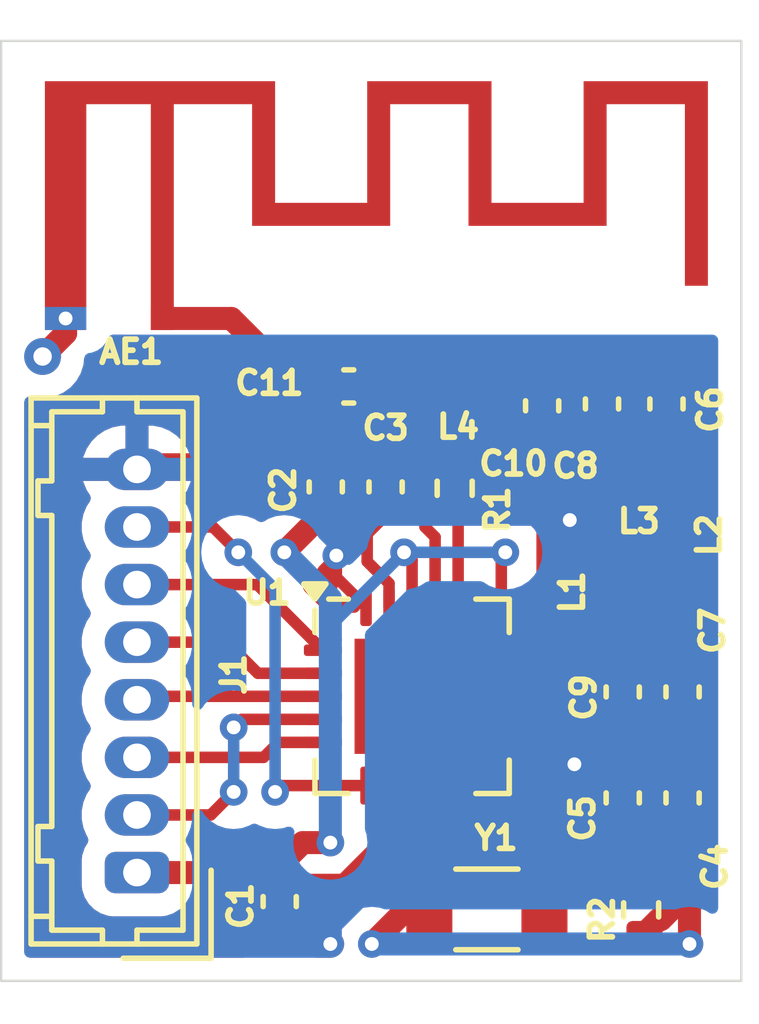
<source format=kicad_pcb>
(kicad_pcb (version 20240108) (generator "pcbnew") (generator_version "8.0")
  (layers (0 "F.Cu" signal) (31 "B.Cu" signal) (34 "B.Paste" user) (35 "F.Paste" user) (36 "B.SilkS" user "B.Silkscreen") (37 "F.SilkS" user "F.Silkscreen") (38 "B.Mask" user) (39 "F.Mask" user) (44 "Edge.Cuts" user))
  (net 0 "")
  (net 1 "Net-(AE1-A)")
  (net 2 "VDD")
  (net 3 "GND")
  (net 4 "Net-(U1-DVDD)")
  (net 5 "Net-(U1-XC2)")
  (net 6 "Net-(U1-XC1)")
  (net 7 "Net-(C10-Pad2)")
  (net 8 "Net-(C6-Pad1)")
  (net 9 "Net-(U1-VDD_PA)")
  (net 10 "Net-(J1-Pin_5)")
  (net 11 "Net-(J1-Pin_2)")
  (net 12 "Net-(J1-Pin_3)")
  (net 13 "Net-(J1-Pin_4)")
  (net 14 "Net-(J1-Pin_7)")
  (net 15 "Net-(J1-Pin_6)")
  (net 16 "Net-(U1-ANT1)")
  (net 17 "Net-(U1-ANT2)")
  (net 18 "Net-(U1-IREF)")
  (footprint "Capacitor_SMD:C_0402_1005Metric" (layer "F.Cu") (at 146.75 66.13 90)
    (property "Reference" "C4" (at -1.495 0.7 90) (layer "F.SilkS") (effects (font (size 0.5 0.5))))
    (property "Value" "22p")
    (fp_line (start -0.107836 -0.36) (end 0.107836 -0.36) (stroke (width 0.12)) (layer "F.SilkS"))
    (fp_line (start -0.107836 0.36) (end 0.107836 0.36) (stroke (width 0.12)) (layer "F.SilkS"))
    (pad "1" smd roundrect (at -0.48 0 90) (size 0.56 0.62) (layers "F.Cu" "F.Paste" "F.Mask") (net 5 "Net-(U1-XC2)"))
    (pad "2" smd roundrect (at 0.48 0 90) (size 0.56 0.62) (layers "F.Cu" "F.Paste" "F.Mask") (net 3 "GND"))
  )
  (footprint "Inductor_SMD:L_0402_1005Metric" (layer "F.Cu") (at 145.25 61.675 90)
    (property "Reference" "L1" (at 0.01 -0.9 90) (layer "F.SilkS") (effects (font (size 0.5 0.5))))
    (property "Value" "8n2")
    (pad "1" smd roundrect (at -0.485 0 90) (size 0.59 0.64) (layers "F.Cu" "F.Paste" "F.Mask") (net 16 "Net-(U1-ANT1)"))
    (pad "2" smd roundrect (at 0.485 0 90) (size 0.59 0.64) (layers "F.Cu" "F.Paste" "F.Mask") (net 17 "Net-(U1-ANT2)"))
  )
  (footprint "Connector_Hirose:Hirose_DF13-08P-1.25DSA_1x08_P1.25mm_Vertical" (layer "F.Cu") (at 134.9 67.75 90)
    (property "Reference" "J1" (at 4.3 2.1 90) (layer "F.SilkS") (effects (font (size 0.5 0.5))))
    (property "Value" "Bus_de_datos")
    (fp_line (start 10.3 -2.3) (end -1.55 -2.3) (stroke (width 0.12)) (layer "F.SilkS"))
    (fp_line (start -1.55 -2.3) (end -1.55 1.3) (stroke (width 0.12)) (layer "F.SilkS"))
    (fp_line (start 8.5 -2.15) (end 8.5 -1.85) (stroke (width 0.12)) (layer "F.SilkS"))
    (fp_line (start 7.75 -2.15) (end 8.5 -2.15) (stroke (width 0.12)) (layer "F.SilkS"))
    (fp_line (start 1 -2.15) (end 1 -1.85) (stroke (width 0.12)) (layer "F.SilkS"))
    (fp_line (start 0.25 -2.15) (end 1 -2.15) (stroke (width 0.12)) (layer "F.SilkS"))
    (fp_line (start 10 -1.85) (end 9.7 -1.85) (stroke (width 0.12)) (layer "F.SilkS"))
    (fp_line (start 9.7 -1.85) (end 9.7 -2.3) (stroke (width 0.12)) (layer "F.SilkS"))
    (fp_line (start 8.5 -1.85) (end 9.7 -1.85) (stroke (width 0.12)) (layer "F.SilkS"))
    (fp_line (start 7.75 -1.85) (end 7.75 -2.15) (stroke (width 0.12)) (layer "F.SilkS"))
    (fp_line (start 1 -1.85) (end 7.75 -1.85) (stroke (width 0.12)) (layer "F.SilkS"))
    (fp_line (start 0.25 -1.85) (end 0.25 -2.15) (stroke (width 0.12)) (layer "F.SilkS"))
    (fp_line (start -0.95 -1.85) (end -0.95 -2.3) (stroke (width 0.12)) (layer "F.SilkS"))
    (fp_line (start -0.95 -1.85) (end 0.25 -1.85) (stroke (width 0.12)) (layer "F.SilkS"))
    (fp_line (start -1.25 -1.85) (end -0.95 -1.85) (stroke (width 0.12)) (layer "F.SilkS"))
    (fp_line (start 10.3 -0.75) (end 10 -0.75) (stroke (width 0.12)) (layer "F.SilkS"))
    (fp_line (start 10 -0.75) (end 10 -1.85) (stroke (width 0.12)) (layer "F.SilkS"))
    (fp_line (start -1.25 -0.75) (end -1.25 -1.85) (stroke (width 0.12)) (layer "F.SilkS"))
    (fp_line (start -1.55 -0.75) (end -1.25 -0.75) (stroke (width 0.12)) (layer "F.SilkS"))
    (fp_line (start -1.86 -0.3) (end -1.86 1.61) (stroke (width 0.12)) (layer "F.SilkS"))
    (fp_line (start 10 0) (end 10.3 0) (stroke (width 0.12)) (layer "F.SilkS"))
    (fp_line (start -1.25 0) (end -1.25 1) (stroke (width 0.12)) (layer "F.SilkS"))
    (fp_line (start -1.55 0) (end -1.25 0) (stroke (width 0.12)) (layer "F.SilkS"))
    (fp_line (start 10 1) (end 10 0) (stroke (width 0.12)) (layer "F.SilkS"))
    (fp_line (start -1.25 1) (end 10 1) (stroke (width 0.12)) (layer "F.SilkS"))
    (fp_line (start 10.3 1.3) (end 10.3 -2.3) (stroke (width 0.12)) (layer "F.SilkS"))
    (fp_line (start -1.55 1.3) (end 10.3 1.3) (stroke (width 0.12)) (layer "F.SilkS"))
    (fp_line (start -1.86 1.61) (end 0.05 1.61) (stroke (width 0.12)) (layer "F.SilkS"))
    (pad "1" thru_hole roundrect (at 0 0 90) (size 0.9 1.4) (drill 0.6) (layers "*.Cu" "*.Mask") (net 2 "VDD"))
    (pad "2" thru_hole oval (at 1.25 0 90) (size 0.9 1.4) (drill 0.6) (layers "*.Cu" "*.Mask") (net 11 "Net-(J1-Pin_2)"))
    (pad "3" thru_hole oval (at 2.5 0 90) (size 0.9 1.4) (drill 0.6) (layers "*.Cu" "*.Mask") (net 12 "Net-(J1-Pin_3)"))
    (pad "4" thru_hole oval (at 3.75 0 90) (size 0.9 1.4) (drill 0.6) (layers "*.Cu" "*.Mask") (net 13 "Net-(J1-Pin_4)"))
    (pad "5" thru_hole oval (at 5 0 90) (size 0.9 1.4) (drill 0.6) (layers "*.Cu" "*.Mask") (net 10 "Net-(J1-Pin_5)"))
    (pad "6" thru_hole oval (at 6.25 0 90) (size 0.9 1.4) (drill 0.6) (layers "*.Cu" "*.Mask") (net 15 "Net-(J1-Pin_6)"))
    (pad "7" thru_hole oval (at 7.5 0 90) (size 0.9 1.4) (drill 0.6) (layers "*.Cu" "*.Mask") (net 14 "Net-(J1-Pin_7)"))
    (pad "8" thru_hole oval (at 8.75 0 90) (size 0.9 1.4) (drill 0.6) (layers "*.Cu" "*.Mask") (net 3 "GND"))
  )
  (footprint "Capacitor_SMD:C_0402_1005Metric" (layer "F.Cu") (at 146.75 63.83 90)
    (property "Reference" "C7" (at 1.33 0.65 -90) (layer "F.SilkS") (effects (font (size 0.5 0.5))))
    (property "Value" "2n2")
    (fp_line (start -0.107836 -0.36) (end 0.107836 -0.36) (stroke (width 0.12)) (layer "F.SilkS"))
    (fp_line (start -0.107836 0.36) (end 0.107836 0.36) (stroke (width 0.12)) (layer "F.SilkS"))
    (pad "1" smd roundrect (at -0.48 0 90) (size 0.56 0.62) (layers "F.Cu" "F.Paste" "F.Mask") (net 3 "GND"))
    (pad "2" smd roundrect (at 0.48 0 90) (size 0.56 0.62) (layers "F.Cu" "F.Paste" "F.Mask") (net 9 "Net-(U1-VDD_PA)"))
  )
  (footprint "Capacitor_SMD:C_0402_1005Metric" (layer "F.Cu") (at 145.45 66.13 90)
    (property "Reference" "C5" (at -0.445 -0.875 90) (layer "F.SilkS") (effects (font (size 0.5 0.5))))
    (property "Value" "22p")
    (fp_line (start -0.107836 -0.36) (end 0.107836 -0.36) (stroke (width 0.12)) (layer "F.SilkS"))
    (fp_line (start -0.107836 0.36) (end 0.107836 0.36) (stroke (width 0.12)) (layer "F.SilkS"))
    (pad "1" smd roundrect (at -0.48 0 90) (size 0.56 0.62) (layers "F.Cu" "F.Paste" "F.Mask") (net 6 "Net-(U1-XC1)"))
    (pad "2" smd roundrect (at 0.48 0 90) (size 0.56 0.62) (layers "F.Cu" "F.Paste" "F.Mask") (net 3 "GND"))
  )
  (footprint "Capacitor_SMD:C_0402_1005Metric" (layer "F.Cu") (at 138 68.38 -90)
    (property "Reference" "C1" (at 0.095 0.85 90) (layer "F.SilkS") (effects (font (size 0.5 0.5))))
    (property "Value" "10n")
    (fp_line (start -0.107836 0.36) (end 0.107836 0.36) (stroke (width 0.12)) (layer "F.SilkS"))
    (fp_line (start -0.107836 -0.36) (end 0.107836 -0.36) (stroke (width 0.12)) (layer "F.SilkS"))
    (pad "1" smd roundrect (at -0.48 0 270) (size 0.56 0.62) (layers "F.Cu" "F.Paste" "F.Mask") (net 2 "VDD"))
    (pad "2" smd roundrect (at 0.48 0 270) (size 0.56 0.62) (layers "F.Cu" "F.Paste" "F.Mask") (net 3 "GND"))
  )
  (footprint "Crystal:Crystal_SMD_3215-2Pin_3.2x1.5mm" (layer "F.Cu") (at 142.5 68.55 180)
    (property "Reference" "Y1" (at -0.2 1.55 0) (layer "F.SilkS") (effects (font (size 0.5 0.5))))
    (property "Value" "16MHz")
    (fp_line (start -0.675 0.875) (end 0.675 0.875) (stroke (width 0.12)) (layer "F.SilkS"))
    (fp_line (start -0.675 -0.875) (end 0.675 -0.875) (stroke (width 0.12)) (layer "F.SilkS"))
    (pad "1" smd rect (at 1.25 0 180) (size 1 1.8) (layers "F.Cu" "F.Paste" "F.Mask") (net 5 "Net-(U1-XC2)"))
    (pad "2" smd rect (at -1.25 0 180) (size 1 1.8) (layers "F.Cu" "F.Paste" "F.Mask") (net 6 "Net-(U1-XC1)"))
  )
  (footprint "Capacitor_SMD:C_0402_1005Metric" (layer "F.Cu") (at 145 57.58 90)
    (property "Reference" "C8" (at -1.345 -0.575 180) (layer "F.SilkS") (effects (font (size 0.5 0.5))))
    (property "Value" "1p")
    (fp_line (start -0.107836 -0.36) (end 0.107836 -0.36) (stroke (width 0.12)) (layer "F.SilkS"))
    (fp_line (start -0.107836 0.36) (end 0.107836 0.36) (stroke (width 0.12)) (layer "F.SilkS"))
    (pad "1" smd roundrect (at -0.48 0 90) (size 0.56 0.62) (layers "F.Cu" "F.Paste" "F.Mask") (net 3 "GND"))
    (pad "2" smd roundrect (at 0.48 0 90) (size 0.56 0.62) (layers "F.Cu" "F.Paste" "F.Mask") (net 7 "Net-(C10-Pad2)"))
  )
  (footprint "Inductor_SMD:L_0402_1005Metric" (layer "F.Cu") (at 145.885 59.3)
    (property "Reference" "L3" (at -0.085 0.825 0) (layer "F.SilkS") (effects (font (size 0.5 0.5))))
    (property "Value" "3n9")
    (pad "1" smd roundrect (at -0.485 0) (size 0.59 0.64) (layers "F.Cu" "F.Paste" "F.Mask") (net 17 "Net-(U1-ANT2)"))
    (pad "2" smd roundrect (at 0.485 0) (size 0.59 0.64) (layers "F.Cu" "F.Paste" "F.Mask") (net 8 "Net-(C6-Pad1)"))
  )
  (footprint "Capacitor_SMD:C_0402_1005Metric" (layer "F.Cu") (at 139.5 57.2 180)
    (property "Reference" "C11" (at 1.725 0.075 0) (layer "F.SilkS") (effects (font (size 0.5 0.5))))
    (property "Value" "Cx")
    (fp_line (start -0.107836 0.36) (end 0.107836 0.36) (stroke (width 0.12)) (layer "F.SilkS"))
    (fp_line (start -0.107836 -0.36) (end 0.107836 -0.36) (stroke (width 0.12)) (layer "F.SilkS"))
    (pad "1" smd roundrect (at -0.48 0 180) (size 0.56 0.62) (layers "F.Cu" "F.Paste" "F.Mask") (net 3 "GND"))
    (pad "2" smd roundrect (at 0.48 0 180) (size 0.56 0.62) (layers "F.Cu" "F.Paste" "F.Mask") (net 1 "Net-(AE1-A)"))
  )
  (footprint "Capacitor_SMD:C_0402_1005Metric" (layer "F.Cu") (at 140.3 59.38 90)
    (property "Reference" "C3" (at 1.28 0 180) (layer "F.SilkS") (effects (font (size 0.5 0.5))))
    (property "Value" "33n")
    (fp_line (start -0.107836 -0.36) (end 0.107836 -0.36) (stroke (width 0.12)) (layer "F.SilkS"))
    (fp_line (start -0.107836 0.36) (end 0.107836 0.36) (stroke (width 0.12)) (layer "F.SilkS"))
    (pad "1" smd roundrect (at -0.48 0 90) (size 0.56 0.62) (layers "F.Cu" "F.Paste" "F.Mask") (net 4 "Net-(U1-DVDD)"))
    (pad "2" smd roundrect (at 0.48 0 90) (size 0.56 0.62) (layers "F.Cu" "F.Paste" "F.Mask") (net 3 "GND"))
  )
  (footprint "Inductor_SMD:L_0402_1005Metric" (layer "F.Cu") (at 141.585 57.2)
    (property "Reference" "L4" (at 0.29 0.875 180) (layer "F.SilkS") (effects (font (size 0.5 0.5))))
    (property "Value" "Lx")
    (pad "1" smd roundrect (at -0.485 0) (size 0.59 0.64) (layers "F.Cu" "F.Paste" "F.Mask") (net 7 "Net-(C10-Pad2)"))
    (pad "2" smd roundrect (at 0.485 0) (size 0.59 0.64) (layers "F.Cu" "F.Paste" "F.Mask") (net 1 "Net-(AE1-A)"))
  )
  (footprint "RF_Antenna:Texas_SWRA117D_2.4GHz_Right" (layer "F.Cu") (at 135.45 55.725)
    (property "Reference" "AE1" (at -0.675 0.725 180) (layer "F.SilkS") (effects (font (size 0.5 0.5))))
    (property "Value" "Antenna")
    (fp_poly (pts (xy 2.45 -2.51) (xy 4.45 -2.51) (xy 4.45 -5.15) (xy 7.15 -5.15) (xy 7.15 -2.51) (xy 9.15 -2.51) (xy 9.15 -5.15) (xy 11.85 -5.15) (xy 11.85 -0.71) (xy 11.35 -0.71) (xy 11.35 -4.65) (xy 9.65 -4.65) (xy 9.65 -2.01) (xy 6.65 -2.01) (xy 6.65 -4.65) (xy 4.95 -4.65) (xy 4.95 -2.01) (xy 1.95 -2.01) (xy 1.95 -4.65) (xy 0.25 -4.65) (xy 0.25 0.25) (xy -0.25 0.25) (xy -0.25 -4.65) (xy -1.65 -4.65) (xy -1.65 0.25) (xy -2.55 0.25) (xy -2.55 0.006785) (xy -2.247583 0.006785) (xy -2.237742 0.054395) (xy -2.213674 0.096797) (xy -2.175731 0.129581) (xy -2.167819 0.133935) (xy -2.125156 0.146043) (xy -2.076637 0.1453) (xy -2.031122 0.1324) (xy -2.012511 0.121787) (xy -1.978868 0.086553) (xy -1.958309 0.041368) (xy -1.951778 -0.008158) (xy -1.960218 -0.056417) (xy -1.977112 -0.088643) (xy -2.012372 -0.121313) (xy -2.057682 -0.141408) (xy -2.107267 -0.147982) (xy -2.155353 -0.140092) (xy -2.188245 -0.123186) (xy -2.223185 -0.086416) (xy -2.242847 -0.041622) (xy -2.247583 0.006785) (xy -2.55 0.006785) (xy -2.55 -5.15) (xy 2.45 -5.15) (xy 2.45 -2.51)) (fill solid) (layer "F.Cu") (net 1))
    (pad "1" connect rect (at 0 0) (size 0.5 0.5) (layers "F.Cu") (net 1 "Net-(AE1-A)"))
    (pad "2" thru_hole rect (at -2.1 0) (size 0.9 0.5) (drill 0.3) (layers "*.Cu"))
  )
  (footprint "Capacitor_SMD:C_0402_1005Metric" (layer "F.Cu") (at 139 59.38 90)
    (property "Reference" "C2" (at -0.07 -0.925 90) (layer "F.SilkS") (effects (font (size 0.5 0.5))))
    (property "Value" "1n")
    (fp_line (start -0.107836 -0.36) (end 0.107836 -0.36) (stroke (width 0.12)) (layer "F.SilkS"))
    (fp_line (start -0.107836 0.36) (end 0.107836 0.36) (stroke (width 0.12)) (layer "F.SilkS"))
    (pad "1" smd roundrect (at -0.48 0 90) (size 0.56 0.62) (layers "F.Cu" "F.Paste" "F.Mask") (net 2 "VDD"))
    (pad "2" smd roundrect (at 0.48 0 90) (size 0.56 0.62) (layers "F.Cu" "F.Paste" "F.Mask") (net 3 "GND"))
  )
  (footprint "Inductor_SMD:L_0402_1005Metric" (layer "F.Cu") (at 146.425 61.675 90)
    (property "Reference" "L2" (at 1.25 0.9 90) (layer "F.SilkS") (effects (font (size 0.5 0.5))))
    (property "Value" "2n7")
    (pad "1" smd roundrect (at -0.485 0 90) (size 0.59 0.64) (layers "F.Cu" "F.Paste" "F.Mask") (net 16 "Net-(U1-ANT1)"))
    (pad "2" smd roundrect (at 0.485 0 90) (size 0.59 0.64) (layers "F.Cu" "F.Paste" "F.Mask") (net 9 "Net-(U1-VDD_PA)"))
  )
  (footprint "Package_DFN_QFN:QFN-20-1EP_4x4mm_P0.5mm_EP2.5x2.5mm" (layer "F.Cu") (at 140.875 63.925)
    (property "Reference" "U1" (at -3.15 -2.25 0) (layer "F.SilkS") (effects (font (size 0.5 0.5))))
    (property "Value" "NRF24L01")
    (fp_line (start -2.11 -1.385) (end -2.11 -1.87) (stroke (width 0.12)) (layer "F.SilkS"))
    (fp_line (start -2.11 2.11) (end -2.11 1.385) (stroke (width 0.12)) (layer "F.SilkS"))
    (fp_line (start -1.385 -2.11) (end -1.81 -2.11) (stroke (width 0.12)) (layer "F.SilkS"))
    (fp_line (start -1.385 2.11) (end -2.11 2.11) (stroke (width 0.12)) (layer "F.SilkS"))
    (fp_line (start 1.385 -2.11) (end 2.11 -2.11) (stroke (width 0.12)) (layer "F.SilkS"))
    (fp_line (start 1.385 2.11) (end 2.11 2.11) (stroke (width 0.12)) (layer "F.SilkS"))
    (fp_line (start 2.11 -2.11) (end 2.11 -1.385) (stroke (width 0.12)) (layer "F.SilkS"))
    (fp_line (start 2.11 2.11) (end 2.11 1.385) (stroke (width 0.12)) (layer "F.SilkS"))
    (fp_poly (pts (xy -2.11 -2.11) (xy -2.35 -2.44) (xy -1.87 -2.44) (xy -2.11 -2.11)) (stroke (width 0.12)) (fill solid) (layer "F.SilkS"))
    (pad "1" smd roundrect (at -1.9375 -1) (size 0.825 0.25) (layers "F.Cu" "F.Paste" "F.Mask") (net 15 "Net-(J1-Pin_6)"))
    (pad "2" smd roundrect (at -1.9375 -0.5) (size 0.825 0.25) (layers "F.Cu" "F.Paste" "F.Mask") (net 10 "Net-(J1-Pin_5)"))
    (pad "3" smd roundrect (at -1.9375 0) (size 0.825 0.25) (layers "F.Cu" "F.Paste" "F.Mask") (net 13 "Net-(J1-Pin_4)"))
    (pad "4" smd roundrect (at -1.9375 0.5) (size 0.825 0.25) (layers "F.Cu" "F.Paste" "F.Mask") (net 11 "Net-(J1-Pin_2)"))
    (pad "5" smd roundrect (at -1.9375 1) (size 0.825 0.25) (layers "F.Cu" "F.Paste" "F.Mask") (net 12 "Net-(J1-Pin_3)"))
    (pad "6" smd roundrect (at -1 1.9375) (size 0.25 0.825) (layers "F.Cu" "F.Paste" "F.Mask") (net 14 "Net-(J1-Pin_7)"))
    (pad "7" smd roundrect (at -0.5 1.9375) (size 0.25 0.825) (layers "F.Cu" "F.Paste" "F.Mask") (net 2 "VDD"))
    (pad "8" smd roundrect (at 0 1.9375) (size 0.25 0.825) (layers "F.Cu" "F.Paste" "F.Mask") (net 3 "GND"))
    (pad "9" smd roundrect (at 0.5 1.9375) (size 0.25 0.825) (layers "F.Cu" "F.Paste" "F.Mask") (net 5 "Net-(U1-XC2)"))
    (pad "10" smd roundrect (at 1 1.9375) (size 0.25 0.825) (layers "F.Cu" "F.Paste" "F.Mask") (net 6 "Net-(U1-XC1)"))
    (pad "11" smd roundrect (at 1.9375 1) (size 0.825 0.25) (layers "F.Cu" "F.Paste" "F.Mask") (net 9 "Net-(U1-VDD_PA)"))
    (pad "12" smd roundrect (at 1.9375 0.5) (size 0.825 0.25) (layers "F.Cu" "F.Paste" "F.Mask") (net 16 "Net-(U1-ANT1)"))
    (pad "13" smd roundrect (at 1.9375 0) (size 0.825 0.25) (layers "F.Cu" "F.Paste" "F.Mask") (net 17 "Net-(U1-ANT2)"))
    (pad "14" smd roundrect (at 1.9375 -0.5) (size 0.825 0.25) (layers "F.Cu" "F.Paste" "F.Mask") (net 3 "GND"))
    (pad "15" smd roundrect (at 1.9375 -1) (size 0.825 0.25) (layers "F.Cu" "F.Paste" "F.Mask") (net 2 "VDD"))
    (pad "16" smd roundrect (at 1 -1.9375) (size 0.25 0.825) (layers "F.Cu" "F.Paste" "F.Mask") (net 18 "Net-(U1-IREF)"))
    (pad "17" smd roundrect (at 0.5 -1.9375) (size 0.25 0.825) (layers "F.Cu" "F.Paste" "F.Mask") (net 3 "GND"))
    (pad "18" smd roundrect (at 0 -1.9375) (size 0.25 0.825) (layers "F.Cu" "F.Paste" "F.Mask") (net 2 "VDD"))
    (pad "19" smd roundrect (at -0.5 -1.9375) (size 0.25 0.825) (layers "F.Cu" "F.Paste" "F.Mask") (net 4 "Net-(U1-DVDD)"))
    (pad "20" smd roundrect (at -1 -1.9375) (size 0.25 0.825) (layers "F.Cu" "F.Paste" "F.Mask") (net 3 "GND"))
    (pad "21" smd rect (at 0 0) (size 2.5 2.5) (property pad_prop_heatsink) (layers "F.Cu" "F.Mask"))
  )
  (footprint "Capacitor_SMD:C_0402_1005Metric" (layer "F.Cu") (at 145.45 63.83 90)
    (property "Reference" "C9" (at -0.12 -0.85 90) (layer "F.SilkS") (effects (font (size 0.5 0.5))))
    (property "Value" "4p7")
    (fp_line (start -0.107836 -0.36) (end 0.107836 -0.36) (stroke (width 0.12)) (layer "F.SilkS"))
    (fp_line (start -0.107836 0.36) (end 0.107836 0.36) (stroke (width 0.12)) (layer "F.SilkS"))
    (pad "1" smd roundrect (at -0.48 0 90) (size 0.56 0.62) (layers "F.Cu" "F.Paste" "F.Mask") (net 3 "GND"))
    (pad "2" smd roundrect (at 0.48 0 90) (size 0.56 0.62) (layers "F.Cu" "F.Paste" "F.Mask") (net 9 "Net-(U1-VDD_PA)"))
  )
  (footprint "Capacitor_SMD:C_0402_1005Metric" (layer "F.Cu") (at 143.7 57.62 90)
    (property "Reference" "C10" (at -1.255 -0.625 180) (layer "F.SilkS") (effects (font (size 0.5 0.5))))
    (property "Value" "Cx")
    (fp_line (start -0.107836 -0.36) (end 0.107836 -0.36) (stroke (width 0.12)) (layer "F.SilkS"))
    (fp_line (start -0.107836 0.36) (end 0.107836 0.36) (stroke (width 0.12)) (layer "F.SilkS"))
    (pad "1" smd roundrect (at -0.48 0 90) (size 0.56 0.62) (layers "F.Cu" "F.Paste" "F.Mask") (net 3 "GND"))
    (pad "2" smd roundrect (at 0.48 0 90) (size 0.56 0.62) (layers "F.Cu" "F.Paste" "F.Mask") (net 7 "Net-(C10-Pad2)"))
  )
  (footprint "Resistor_SMD:R_0402_1005Metric" (layer "F.Cu") (at 145.85 68.56 90)
    (property "Reference" "R2" (at -0.215 -0.85 90) (layer "F.SilkS") (effects (font (size 0.5 0.5))))
    (property "Value" "1M")
    (fp_line (start -0.153641 -0.38) (end 0.153641 -0.38) (stroke (width 0.12)) (layer "F.SilkS"))
    (fp_line (start -0.153641 0.38) (end 0.153641 0.38) (stroke (width 0.12)) (layer "F.SilkS"))
    (pad "1" smd roundrect (at -0.51 0 90) (size 0.54 0.64) (layers "F.Cu" "F.Paste" "F.Mask") (net 5 "Net-(U1-XC2)"))
    (pad "2" smd roundrect (at 0.51 0 90) (size 0.54 0.64) (layers "F.Cu" "F.Paste" "F.Mask") (net 6 "Net-(U1-XC1)"))
  )
  (footprint "Capacitor_SMD:C_0402_1005Metric" (layer "F.Cu") (at 146.4 57.58 90)
    (property "Reference" "C6" (at -0.12 0.95 90) (layer "F.SilkS") (effects (font (size 0.5 0.5))))
    (property "Value" "1p5")
    (fp_line (start -0.107836 -0.36) (end 0.107836 -0.36) (stroke (width 0.12)) (layer "F.SilkS"))
    (fp_line (start -0.107836 0.36) (end 0.107836 0.36) (stroke (width 0.12)) (layer "F.SilkS"))
    (pad "1" smd roundrect (at -0.48 0 90) (size 0.56 0.62) (layers "F.Cu" "F.Paste" "F.Mask") (net 8 "Net-(C6-Pad1)"))
    (pad "2" smd roundrect (at 0.48 0 90) (size 0.56 0.62) (layers "F.Cu" "F.Paste" "F.Mask") (net 7 "Net-(C10-Pad2)"))
  )
  (footprint "Resistor_SMD:R_0402_1005Metric" (layer "F.Cu") (at 141.8 59.41 90)
    (property "Reference" "R1" (at -0.465 0.925 90) (layer "F.SilkS") (effects (font (size 0.5 0.5))))
    (property "Value" "22k")
    (fp_line (start -0.153641 -0.38) (end 0.153641 -0.38) (stroke (width 0.12)) (layer "F.SilkS"))
    (fp_line (start -0.153641 0.38) (end 0.153641 0.38) (stroke (width 0.12)) (layer "F.SilkS"))
    (pad "1" smd roundrect (at -0.51 0 90) (size 0.54 0.64) (layers "F.Cu" "F.Paste" "F.Mask") (net 18 "Net-(U1-IREF)"))
    (pad "2" smd roundrect (at 0.51 0 90) (size 0.54 0.64) (layers "F.Cu" "F.Paste" "F.Mask") (net 3 "GND"))
  )
  (gr_rect (start 131.95 49.7) (end 148.025 70.1) (stroke (width 0.05)) (fill none) (layer "Edge.Cuts"))
  (segment (start 133.35 55.725) (end 133.35 56.05) (width 0.5) (layer "F.Cu") (net 0))
  (segment (start 133.35 56.05) (end 132.85 56.55) (width 0.5) (layer "F.Cu") (net 0))
  (via (at 132.85 56.55) (size 0.8) (drill 0.4) (layers "F.Cu" "B.Cu") (net 0))
  (segment (start 142.07 57.00092) (end 142.07 57.2) (width 0.5) (layer "F.Cu") (net 1))
  (segment (start 136.95 55.725) (end 135.45 55.725) (width 0.5) (layer "F.Cu") (net 1))
  (segment (start 139.02 57.2) (end 138.425 57.2) (width 0.5) (layer "F.Cu") (net 1))
  (segment (start 139.02 57.2) (end 139.02 56.890001) (width 0.5) (layer "F.Cu") (net 1))
  (segment (start 139.02 56.890001) (end 139.510001 56.4) (width 0.5) (layer "F.Cu") (net 1))
  (segment (start 138.425 57.2) (end 136.95 55.725) (width 0.5) (layer "F.Cu") (net 1))
  (segment (start 141.46908 56.4) (end 142.07 57.00092) (width 0.5) (layer "F.Cu") (net 1))
  (segment (start 139.510001 56.4) (end 141.46908 56.4) (width 0.5) (layer "F.Cu") (net 1))
  (segment (start 138.5 67.1) (end 137.85 67.75) (width 0.5) (layer "F.Cu") (net 2))
  (segment (start 138 67.9) (end 139.363604 67.9) (width 0.25) (layer "F.Cu") (net 2))
  (segment (start 134.9 67.75) (end 137.85 67.75) (width 0.5) (layer "F.Cu") (net 2))
  (segment (start 140.875 61.9875) (end 140.875 60.975) (width 0.25) (layer "F.Cu") (net 2))
  (segment (start 137.85 67.75) (end 138 67.9) (width 0.5) (layer "F.Cu") (net 2))
  (segment (start 140.875 60.975) (end 140.7 60.8) (width 0.25) (layer "F.Cu") (net 2))
  (segment (start 138 67.9) (end 138.3 67.9) (width 0.25) (layer "F.Cu") (net 2))
  (segment (start 142.8125 60.8875) (end 142.9 60.8) (width 0.25) (layer "F.Cu") (net 2))
  (segment (start 139 59.86) (end 139 59.9) (width 0.5) (layer "F.Cu") (net 2))
  (segment (start 140.381802 66.881802) (end 140.375 66.875) (width 0.25) (layer "F.Cu") (net 2))
  (segment (start 139 59.9) (end 138.1 60.8) (width 0.5) (layer "F.Cu") (net 2))
  (segment (start 139.1 67.1) (end 138.5 67.1) (width 0.5) (layer "F.Cu") (net 2))
  (segment (start 140.375 66.875) (end 140.375 65.8625) (width 0.25) (layer "F.Cu") (net 2))
  (segment (start 139.363604 67.9) (end 140.381802 66.881802) (width 0.25) (layer "F.Cu") (net 2))
  (segment (start 142.8125 62.925) (end 142.8125 60.8875) (width 0.25) (layer "F.Cu") (net 2))
  (via (at 139.1 67.1) (size 0.6) (drill 0.3) (layers "F.Cu" "B.Cu") (net 2))
  (via (at 142.9 60.8) (size 0.6) (drill 0.3) (layers "F.Cu" "B.Cu") (net 2))
  (via (at 140.7 60.8) (size 0.6) (drill 0.3) (layers "F.Cu" "B.Cu") (net 2))
  (via (at 138.1 60.8) (size 0.6) (drill 0.3) (layers "F.Cu" "B.Cu") (net 2))
  (segment (start 139.1 61.8) (end 139.1 62.7) (width 0.5) (layer "B.Cu") (net 2))
  (segment (start 138.1 60.8) (end 139.1 61.8) (width 0.5) (layer "B.Cu") (net 2))
  (segment (start 140.7 60.8) (end 139.1 62.4) (width 0.25) (layer "B.Cu") (net 2))
  (segment (start 142.9 60.8) (end 140.7 60.8) (width 0.25) (layer "B.Cu") (net 2))
  (segment (start 139.1 62.7) (end 139.1 67.1) (width 0.5) (layer "B.Cu") (net 2))
  (segment (start 139.1 62.4) (end 139.1 62.7) (width 0.25) (layer "B.Cu") (net 2))
  (segment (start 141.8 58.9) (end 142.9 58.9) (width 0.5) (layer "F.Cu") (net 3))
  (segment (start 139.04 68.86) (end 140.9 67) (width 0.25) (layer "F.Cu") (net 3))
  (segment (start 145.45 64.31) (end 145.45 64.35) (width 0.5) (layer "F.Cu") (net 3))
  (segment (start 143.7 63.1) (end 143.7 58.1) (width 0.25) (layer "F.Cu") (net 3))
  (segment (start 139.98 57.2) (end 139.98 58.4) (width 0.5) (layer "F.Cu") (net 3))
  (segment (start 139.1 69.3) (end 138.44 69.3) (width 0.5) (layer "F.Cu") (net 3))
  (segment (start 145.45 64.35) (end 144.4 65.4) (width 0.5) (layer "F.Cu") (net 3))
  (segment (start 141.155 60.24928) (end 141.155 58.945) (width 0.25) (layer "F.Cu") (net 3))
  (segment (start 145.45 65.65) (end 146.75 65.65) (width 0.5) (layer "F.Cu") (net 3))
  (segment (start 143.7 58.1) (end 143.7 59.5) (width 0.25) (layer "F.Cu") (net 3))
  (segment (start 142.8125 63.425) (end 143.375 63.425) (width 0.25) (layer "F.Cu") (net 3))
  (segment (start 140.875 66.675) (end 140.875 65.8625) (width 0.25) (layer "F.Cu") (net 3))
  (segment (start 135 58.9) (end 134.9 59) (width 0.5) (layer "F.Cu") (net 3))
  (segment (start 141.375 61.9875) (end 141.375 60.46928) (width 0.25) (layer "F.Cu") (net 3))
  (segment (start 144.96 58.1) (end 145 58.06) (width 0.5) (layer "F.Cu") (net 3))
  (segment (start 141.8 58.9) (end 141.2 58.9) (width 0.5) (layer "F.Cu") (net 3))
  (segment (start 139 58.9) (end 139.48 58.9) (width 0.5) (layer "F.Cu") (net 3))
  (segment (start 140.9 66.7) (end 140.875 66.675) (width 0.25) (layer "F.Cu") (net 3))
  (segment (start 141.375 60.46928) (end 141.155 60.24928) (width 0.25) (layer "F.Cu") (net 3))
  (segment (start 139.48 58.9) (end 139.98 58.4) (width 0.5) (layer "F.Cu") (net 3))
  (segment (start 145.45 64.31) (end 146.75 64.31) (width 0.5) (layer "F.Cu") (net 3))
  (segment (start 142.9 58.9) (end 143.7 58.1) (width 0.5) (layer "F.Cu") (net 3))
  (segment (start 140.9 67) (end 140.9 66.7) (width 0.25) (layer "F.Cu") (net 3))
  (segment (start 139.230331 61.342831) (end 139.230331 60.869669) (width 0.25) (layer "F.Cu") (net 3))
  (segment (start 138 68.86) (end 139.04 68.86) (width 0.25) (layer "F.Cu") (net 3))
  (segment (start 139.98 58.4) (end 139.98 58.58) (width 0.5) (layer "F.Cu") (net 3))
  (segment (start 143.7 58.1) (end 144.96 58.1) (width 0.5) (layer "F.Cu") (net 3))
  (segment (start 146.75 65.65) (end 146.75 64.31) (width 0.5) (layer "F.Cu") (net 3))
  (segment (start 141.2 58.9) (end 140.3 58.9) (width 0.5) (layer "F.Cu") (net 3))
  (segment (start 138.44 69.3) (end 138 68.86) (width 0.5) (layer "F.Cu") (net 3))
  (segment (start 143.375 63.425) (end 143.7 63.1) (width 0.25) (layer "F.Cu") (net 3))
  (segment (start 139.875 61.9875) (end 139.230331 61.342831) (width 0.25) (layer "F.Cu") (net 3))
  (segment (start 139.98 58.58) (end 140.3 58.9) (width 0.5) (layer "F.Cu") (net 3))
  (segment (start 139 58.9) (end 135 58.9) (width 0.5) (layer "F.Cu") (net 3))
  (segment (start 143.7 59.5) (end 144.3 60.1) (width 0.25) (layer "F.Cu") (net 3))
  (segment (start 141.155 58.945) (end 141.2 58.9) (width 0.25) (layer "F.Cu") (net 3))
  (via (at 139.1 69.3) (size 0.6) (drill 0.3) (layers "F.Cu" "B.Cu") (net 3))
  (via (at 144.4 65.4) (size 0.6) (drill 0.3) (layers "F.Cu" "B.Cu") (net 3))
  (via (at 144.3 60.1) (size 0.6) (drill 0.3) (layers "F.Cu" "B.Cu") (net 3))
  (via (at 139.230331 60.869669) (size 0.6) (drill 0.3) (layers "F.Cu" "B.Cu") (net 3))
  (segment (start 144.3 65.3) (end 144.4 65.4) (width 0.25) (layer "B.Cu") (net 3))
  (segment (start 140 60.1) (end 144.3 60.1) (width 0.25) (layer "B.Cu") (net 3))
  (segment (start 140.225 67.75) (end 139.1 68.875) (width 0.5) (layer "B.Cu") (net 3))
  (segment (start 139.1 68.875) (end 139.1 69.3) (width 0.5) (layer "B.Cu") (net 3))
  (segment (start 140.489339 67.75) (end 140.225 67.75) (width 0.5) (layer "B.Cu") (net 3))
  (segment (start 144.4 65.4) (end 142.839339 65.4) (width 0.5) (layer "B.Cu") (net 3))
  (segment (start 142.839339 65.4) (end 140.489339 67.75) (width 0.5) (layer "B.Cu") (net 3))
  (segment (start 139.230331 60.869669) (end 140 60.1) (width 0.25) (layer "B.Cu") (net 3))
  (segment (start 144.3 60.1) (end 144.3 65.3) (width 0.25) (layer "B.Cu") (net 3))
  (segment (start 140.3 60) (end 140.3 59.86) (width 0.25) (layer "F.Cu") (net 4))
  (segment (start 140.375 59.935) (end 140.3 59.86) (width 0.25) (layer "F.Cu") (net 4))
  (segment (start 140.375 61.475) (end 139.9 61) (width 0.25) (layer "F.Cu") (net 4))
  (segment (start 139.9 61) (end 139.9 60.4) (width 0.25) (layer "F.Cu") (net 4))
  (segment (start 140.375 61.9875) (end 140.375 61.475) (width 0.25) (layer "F.Cu") (net 4))
  (segment (start 139.9 60.4) (end 140.3 60) (width 0.25) (layer "F.Cu") (net 4))
  (segment (start 146.9 69.3) (end 146.9 68.451056) (width 0.5) (layer "F.Cu") (net 5))
  (segment (start 140.75 68.55) (end 140 69.3) (width 0.5) (layer "F.Cu") (net 5))
  (segment (start 146.9 68.451056) (end 146.75 68.301056) (width 0.5) (layer "F.Cu") (net 5))
  (segment (start 141.25 68.55) (end 140.75 68.55) (width 0.5) (layer "F.Cu") (net 5))
  (segment (start 145.85 69.07) (end 145.93 69.07) (width 0.5) (layer "F.Cu") (net 5))
  (segment (start 141.375 65.8625) (end 141.375 68.425) (width 0.25) (layer "F.Cu") (net 5))
  (segment (start 141.375 68.425) (end 141.25 68.55) (width 0.25) (layer "F.Cu") (net 5))
  (segment (start 146.75 68.301056) (end 146.75 66.61) (width 0.5) (layer "F.Cu") (net 5))
  (segment (start 146.281056 68.77) (end 146.75 68.301056) (width 0.5) (layer "F.Cu") (net 5))
  (segment (start 145.93 69.07) (end 146.23 68.77) (width 0.5) (layer "F.Cu") (net 5))
  (segment (start 146.23 68.77) (end 146.281056 68.77) (width 0.5) (layer "F.Cu") (net 5))
  (via (at 146.9 69.3) (size 0.6) (drill 0.3) (layers "F.Cu" "B.Cu") (net 5))
  (via (at 140 69.3) (size 0.6) (drill 0.3) (layers "F.Cu" "B.Cu") (net 5))
  (segment (start 140 69.3) (end 146.9 69.3) (width 0.5) (layer "B.Cu") (net 5))
  (segment (start 141.875 66.675) (end 143.75 68.55) (width 0.25) (layer "F.Cu") (net 6))
  (segment (start 141.875 65.8625) (end 141.875 66.675) (width 0.25) (layer "F.Cu") (net 6))
  (segment (start 145.85 67.01) (end 145.45 66.61) (width 0.5) (layer "F.Cu") (net 6))
  (segment (start 143.75 68.55) (end 144.25 68.05) (width 0.5) (layer "F.Cu") (net 6))
  (segment (start 145.85 68.05) (end 145.85 67.01) (width 0.5) (layer "F.Cu") (net 6))
  (segment (start 144.25 68.05) (end 145.85 68.05) (width 0.5) (layer "F.Cu") (net 6))
  (segment (start 141.550001 57.97) (end 142.681734 57.97) (width 0.5) (layer "F.Cu") (net 7))
  (segment (start 143.511734 57.14) (end 143.7 57.14) (width 0.5) (layer "F.Cu") (net 7))
  (segment (start 141.1 57.519999) (end 141.550001 57.97) (width 0.5) (layer "F.Cu") (net 7))
  (segment (start 145 57.1) (end 146.4 57.1) (width 0.5) (layer "F.Cu") (net 7))
  (segment (start 143.74 57.1) (end 143.7 57.14) (width 0.5) (layer "F.Cu") (net 7))
  (segment (start 142.681734 57.97) (end 143.511734 57.14) (width 0.5) (layer "F.Cu") (net 7))
  (segment (start 141.1 57.2) (end 141.1 57.519999) (width 0.5) (layer "F.Cu") (net 7))
  (segment (start 145 57.1) (end 143.74 57.1) (width 0.5) (layer "F.Cu") (net 7))
  (segment (start 146.37 59.3) (end 146.37 58.09) (width 0.5) (layer "F.Cu") (net 8))
  (segment (start 146.37 58.09) (end 146.4 58.06) (width 0.5) (layer "F.Cu") (net 8))
  (segment (start 146.744999 61.19) (end 146.425 61.19) (width 0.5) (layer "F.Cu") (net 9))
  (segment (start 144.7 64.2) (end 144.7 64.08851) (width 0.25) (layer "F.Cu") (net 9))
  (segment (start 146.75 63.35) (end 147.25 62.85) (width 0.5) (layer "F.Cu") (net 9))
  (segment (start 145.45 63.35) (end 146.75 63.35) (width 0.5) (layer "F.Cu") (net 9))
  (segment (start 144.7 64.08851) (end 145.43851 63.35) (width 0.25) (layer "F.Cu") (net 9))
  (segment (start 147.25 61.695001) (end 146.744999 61.19) (width 0.5) (layer "F.Cu") (net 9))
  (segment (start 145.43851 63.35) (end 145.45 63.35) (width 0.25) (layer "F.Cu") (net 9))
  (segment (start 147.25 62.85) (end 147.25 61.695001) (width 0.5) (layer "F.Cu") (net 9))
  (segment (start 144.7 64.2) (end 143.975 64.925) (width 0.25) (layer "F.Cu") (net 9))
  (segment (start 143.975 64.925) (end 142.8125 64.925) (width 0.25) (layer "F.Cu") (net 9))
  (segment (start 138.9375 63.425) (end 137.525 63.425) (width 0.25) (layer "F.Cu") (net 10))
  (segment (start 136.9 62.8) (end 136.7 62.8) (width 0.25) (layer "F.Cu") (net 10))
  (segment (start 136.7 62.8) (end 136.65 62.75) (width 0.25) (layer "F.Cu") (net 10))
  (segment (start 136.65 62.75) (end 134.9 62.75) (width 0.25) (layer "F.Cu") (net 10))
  (segment (start 137.525 63.425) (end 136.9 62.8) (width 0.25) (layer "F.Cu") (net 10))
  (segment (start 138.9375 64.425) (end 137.175 64.425) (width 0.25) (layer "F.Cu") (net 11))
  (segment (start 137 66) (end 136.5 66.5) (width 0.25) (layer "F.Cu") (net 11))
  (segment (start 136.5 66.5) (end 134.9 66.5) (width 0.25) (layer "F.Cu") (net 11))
  (segment (start 137.175 64.425) (end 137 64.6) (width 0.25) (layer "F.Cu") (net 11))
  (via (at 137 64.6) (size 0.6) (drill 0.3) (layers "F.Cu" "B.Cu") (net 11))
  (via (at 137 66) (size 0.6) (drill 0.3) (layers "F.Cu" "B.Cu") (net 11))
  (segment (start 137 65.9) (end 137 66) (width 0.25) (layer "B.Cu") (net 11))
  (segment (start 137 64.6) (end 137 65.9) (width 0.25) (layer "B.Cu") (net 11))
  (segment (start 137.65 65.25) (end 137.975 64.925) (width 0.25) (layer "F.Cu") (net 12))
  (segment (start 137.975 64.925) (end 138.9375 64.925) (width 0.25) (layer "F.Cu") (net 12))
  (segment (start 134.9 65.25) (end 137.65 65.25) (width 0.25) (layer "F.Cu") (net 12))
  (segment (start 138.9375 63.925) (end 134.975 63.925) (width 0.25) (layer "F.Cu") (net 13))
  (segment (start 134.975 63.925) (end 134.9 64) (width 0.25) (layer "F.Cu") (net 13))
  (segment (start 137.1 60.8) (end 136.55 60.25) (width 0.25) (layer "F.Cu") (net 14))
  (segment (start 139.875 65.8625) (end 138.0375 65.8625) (width 0.25) (layer "F.Cu") (net 14))
  (segment (start 138.0375 65.8625) (end 137.9 66) (width 0.25) (layer "F.Cu") (net 14))
  (segment (start 136.55 60.25) (end 134.9 60.25) (width 0.25) (layer "F.Cu") (net 14))
  (via (at 137.9 66) (size 0.6) (drill 0.3) (layers "F.Cu" "B.Cu") (net 14))
  (via (at 137.1 60.8) (size 0.6) (drill 0.3) (layers "F.Cu" "B.Cu") (net 14))
  (segment (start 137.9 66) (end 137.9 61.6) (width 0.25) (layer "B.Cu") (net 14))
  (segment (start 137.9 61.6) (end 137.1 60.8) (width 0.25) (layer "B.Cu") (net 14))
  (segment (start 138.9375 62.925) (end 137.5125 61.5) (width 0.25) (layer "F.Cu") (net 15))
  (segment (start 137.5125 61.5) (end 134.9 61.5) (width 0.25) (layer "F.Cu") (net 15))
  (segment (start 145.45 62.25) (end 145.45 62.22) (width 0.25) (layer "F.Cu") (net 16))
  (segment (start 145.25 62.16) (end 146.425 62.16) (width 0.5) (layer "F.Cu") (net 16))
  (segment (start 143.727114 64.425) (end 144.7 63.452114) (width 0.25) (layer "F.Cu") (net 16))
  (segment (start 144.7 62.71) (end 145.25 62.16) (width 0.25) (layer "F.Cu") (net 16))
  (segment (start 142.8125 64.425) (end 143.727114 64.425) (width 0.25) (layer "F.Cu") (net 16))
  (segment (start 144.7 63.452114) (end 144.7 62.71) (width 0.25) (layer "F.Cu") (net 16))
  (segment (start 145.4 61.04) (end 145.25 61.19) (width 0.5) (layer "F.Cu") (net 17))
  (segment (start 145.190001 61.19) (end 145.25 61.19) (width 0.25) (layer "F.Cu") (net 17))
  (segment (start 144.207859 62.172142) (end 145.190001 61.19) (width 0.25) (layer "F.Cu") (net 17))
  (segment (start 145.45 59.35) (end 145.4 59.3) (width 0.5) (layer "F.Cu") (net 17))
  (segment (start 145.4 59.3) (end 145.4 61.04) (width 0.5) (layer "F.Cu") (net 17))
  (segment (start 143.590718 63.925) (end 144.207859 63.307859) (width 0.25) (layer "F.Cu") (net 17))
  (segment (start 142.8125 63.925) (end 143.590718 63.925) (width 0.25) (layer "F.Cu") (net 17))
  (segment (start 144.207859 63.307859) (end 144.207859 62.172142) (width 0.25) (layer "F.Cu") (net 17))
  (segment (start 141.875 61.9875) (end 141.875 59.995) (width 0.25) (layer "F.Cu") (net 18))
  (segment (start 141.875 59.995) (end 141.8 59.92) (width 0.25) (layer "F.Cu") (net 18))
  (zone (net 3) (net_name "GND") (layer "F.Cu") (connect_pads (clearance 0.5)) (min_thickness 0.25) (fill yes (thermal_gap 0.5) (thermal_bridge_width 0.5))
    (polygon (pts (xy 131.95 70.1) (xy 132.25 56.075) (xy 147.75 56.075) (xy 148.025 70.1)))
  )
  (zone (net 3) (net_name "GND") (layer "B.Cu") (priority 1) (connect_pads (clearance 0.5)) (min_thickness 0.25) (fill yes (thermal_gap 0.5) (thermal_bridge_width 0.5))
    (polygon (pts (xy 131.95 70.1) (xy 132.25 56.075) (xy 147.75 56.075) (xy 148.025 70.1)))
  )
)
</source>
